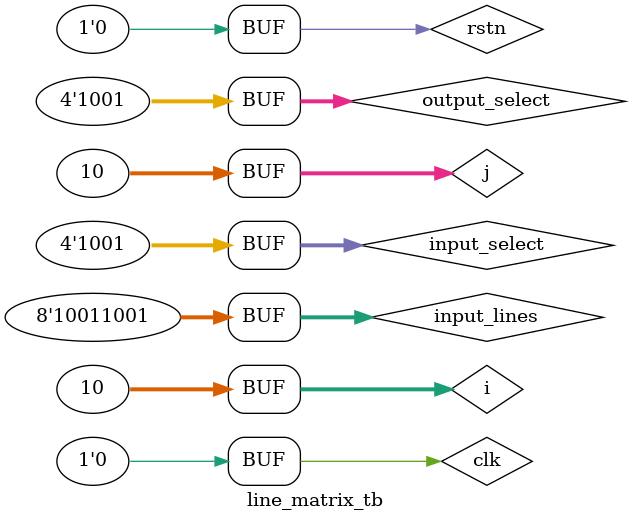
<source format=sv>
`timescale 1 ns/10 ps

module line_matrix_tb;

localparam period=100;

localparam NUM_INPUTS=8;
localparam NUM_OUTPUTS=10;

reg clk;
reg rstn;

wire [NUM_INPUTS-1:0]  input_lines;
wire [NUM_OUTPUTS-1:0] output_lines;

reg [$clog2(NUM_INPUTS+2)-1:0] input_select;
reg [$clog2(NUM_OUTPUTS)-1:0]  output_select;

integer i=0;
integer j=0;

assign input_lines = 'b10011001;

line_matrix #( .NUM_INPUTS(NUM_INPUTS), .NUM_OUTPUTS(NUM_OUTPUTS) )
    uut ( .clk(clk),
          .rstn(rstn),
          .input_lines(input_lines),
          .output_lines(output_lines),
          .input_select(input_select),
          .output_select(output_select));

initial
begin
    rstn = 'b1;
    #(period);
    rstn = 'b0;
    #(period);
    rstn = 'b1;
    #(period);

    for(i=0;i<NUM_OUTPUTS; i++)
    begin
        output_select = i;
        for(j=0; j<NUM_INPUTS+2; j++)
        begin
            input_select=j;
            clk = 'b1;
            #(period);
            clk = 'b0;
            #(period*2);
        end
    end
    rstn = 'b0;
end

endmodule


</source>
